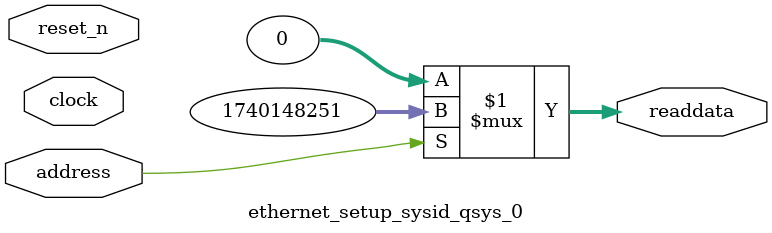
<source format=v>



// synthesis translate_off
`timescale 1ns / 1ps
// synthesis translate_on

// turn off superfluous verilog processor warnings 
// altera message_level Level1 
// altera message_off 10034 10035 10036 10037 10230 10240 10030 

module ethernet_setup_sysid_qsys_0 (
               // inputs:
                address,
                clock,
                reset_n,

               // outputs:
                readdata
             )
;

  output  [ 31: 0] readdata;
  input            address;
  input            clock;
  input            reset_n;

  wire    [ 31: 0] readdata;
  //control_slave, which is an e_avalon_slave
  assign readdata = address ? 1740148251 : 0;

endmodule



</source>
